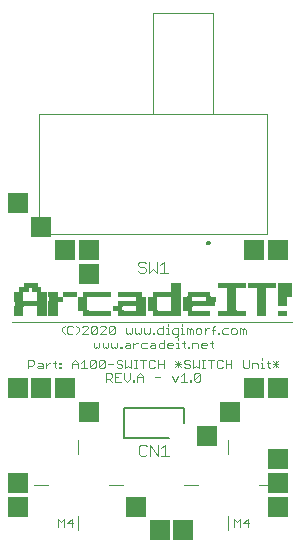
<source format=gbr>
G04 EAGLE Gerber RS-274X export*
G75*
%MOMM*%
%FSLAX34Y34*%
%LPD*%
%INSilkscreen Top*%
%IPPOS*%
%AMOC8*
5,1,8,0,0,1.08239X$1,22.5*%
G01*
%ADD10R,0.762000X0.042419*%
%ADD11R,0.805181X0.042419*%
%ADD12R,2.372362X0.042419*%
%ADD13R,2.369819X0.042419*%
%ADD14R,1.945638X0.042419*%
%ADD15R,0.762000X0.042162*%
%ADD16R,0.805181X0.042162*%
%ADD17R,2.372362X0.042162*%
%ADD18R,2.369819X0.042162*%
%ADD19R,1.945638X0.042162*%
%ADD20R,0.424181X0.042419*%
%ADD21R,0.802638X0.042419*%
%ADD22R,0.421637X0.042419*%
%ADD23R,0.845819X0.042419*%
%ADD24R,0.802638X0.042162*%
%ADD25R,2.750819X0.042162*%
%ADD26R,2.750819X0.042419*%
%ADD27R,1.186181X0.042162*%
%ADD28R,1.186181X0.042419*%
%ADD29R,1.988819X0.042162*%
%ADD30R,1.143000X0.042162*%
%ADD31R,1.948181X0.042419*%
%ADD32R,1.143000X0.042419*%
%ADD33R,1.948181X0.042162*%
%ADD34R,0.421637X0.042162*%
%ADD35R,0.424181X0.042162*%
%ADD36C,0.076200*%
%ADD37C,0.101600*%
%ADD38R,1.800000X1.800000*%
%ADD39C,0.100000*%
%ADD40C,0.200000*%
%ADD41C,0.200000*%


D10*
X13903Y207568D03*
D11*
X33575Y207568D03*
X43227Y207568D03*
D12*
X80273Y207568D03*
D13*
X109902Y207568D03*
X139112Y207568D03*
D14*
X166633Y207568D03*
D13*
X194154Y207568D03*
D10*
X219973Y207568D03*
X237423Y207568D03*
D15*
X13903Y207991D03*
D16*
X33575Y207991D03*
X43227Y207991D03*
D17*
X80273Y207991D03*
D18*
X109902Y207991D03*
X139112Y207991D03*
D19*
X166633Y207991D03*
D18*
X194154Y207991D03*
D15*
X219973Y207991D03*
X237423Y207991D03*
D10*
X13903Y208414D03*
D11*
X33575Y208414D03*
X43227Y208414D03*
D12*
X80273Y208414D03*
D13*
X109902Y208414D03*
X139112Y208414D03*
D14*
X166633Y208414D03*
D13*
X194154Y208414D03*
D10*
X219973Y208414D03*
X237423Y208414D03*
X13903Y208838D03*
D11*
X33575Y208838D03*
X43227Y208838D03*
D12*
X80273Y208838D03*
D13*
X109902Y208838D03*
X139112Y208838D03*
D14*
X166633Y208838D03*
D13*
X194154Y208838D03*
D10*
X219973Y208838D03*
X237423Y208838D03*
D15*
X13903Y209261D03*
D16*
X33575Y209261D03*
X43227Y209261D03*
D17*
X80273Y209261D03*
D18*
X109902Y209261D03*
X139112Y209261D03*
D19*
X166633Y209261D03*
D18*
X194154Y209261D03*
D15*
X219973Y209261D03*
X237423Y209261D03*
D10*
X13903Y209684D03*
D11*
X33575Y209684D03*
X43227Y209684D03*
D12*
X80273Y209684D03*
D13*
X109902Y209684D03*
X139112Y209684D03*
D14*
X166633Y209684D03*
D13*
X194154Y209684D03*
D10*
X219973Y209684D03*
X237423Y209684D03*
X13903Y210108D03*
D11*
X33575Y210108D03*
X43227Y210108D03*
D12*
X80273Y210108D03*
D13*
X109902Y210108D03*
X139112Y210108D03*
D14*
X166633Y210108D03*
D13*
X194154Y210108D03*
D10*
X219973Y210108D03*
X237423Y210108D03*
D15*
X13903Y210531D03*
D16*
X33575Y210531D03*
X43227Y210531D03*
D17*
X80273Y210531D03*
D18*
X109902Y210531D03*
X139112Y210531D03*
D19*
X166633Y210531D03*
D18*
X194154Y210531D03*
D15*
X219973Y210531D03*
X237423Y210531D03*
D10*
X13903Y210954D03*
D11*
X33575Y210954D03*
X43227Y210954D03*
D12*
X80273Y210954D03*
D13*
X109902Y210954D03*
X139112Y210954D03*
D14*
X166633Y210954D03*
D13*
X194154Y210954D03*
D10*
X219973Y210954D03*
X237423Y210954D03*
X13903Y211378D03*
D11*
X33575Y211378D03*
X43227Y211378D03*
D20*
X70532Y211378D03*
X100174Y211378D03*
D21*
X117738Y211378D03*
D20*
X129384Y211378D03*
D21*
X146948Y211378D03*
D22*
X159013Y211378D03*
D23*
X194154Y211378D03*
D10*
X219973Y211378D03*
D15*
X13903Y211801D03*
D16*
X33575Y211801D03*
X43227Y211801D03*
D15*
X68411Y211801D03*
X98053Y211801D03*
D24*
X117738Y211801D03*
D15*
X127263Y211801D03*
D24*
X146948Y211801D03*
D15*
X156905Y211801D03*
X194141Y211801D03*
X219973Y211801D03*
D10*
X13903Y212224D03*
D11*
X33575Y212224D03*
X43227Y212224D03*
D10*
X68411Y212224D03*
X98053Y212224D03*
D21*
X117738Y212224D03*
D10*
X127263Y212224D03*
D21*
X146948Y212224D03*
D10*
X156905Y212224D03*
X194141Y212224D03*
X219973Y212224D03*
X13903Y212648D03*
D11*
X33575Y212648D03*
X43227Y212648D03*
D10*
X68411Y212648D03*
X98053Y212648D03*
D21*
X117738Y212648D03*
D10*
X127263Y212648D03*
D21*
X146948Y212648D03*
D10*
X156905Y212648D03*
X194141Y212648D03*
X219973Y212648D03*
D15*
X13903Y213071D03*
D16*
X33575Y213071D03*
X43227Y213071D03*
D15*
X68411Y213071D03*
X98053Y213071D03*
D24*
X117738Y213071D03*
D15*
X127263Y213071D03*
D24*
X146948Y213071D03*
D15*
X156905Y213071D03*
X194141Y213071D03*
X219973Y213071D03*
D10*
X13903Y213494D03*
D11*
X33575Y213494D03*
X43227Y213494D03*
D10*
X68411Y213494D03*
X98053Y213494D03*
D21*
X117738Y213494D03*
D10*
X127263Y213494D03*
D21*
X146948Y213494D03*
D10*
X156905Y213494D03*
X194141Y213494D03*
X219973Y213494D03*
X13903Y213918D03*
D11*
X33575Y213918D03*
X43227Y213918D03*
D10*
X68411Y213918D03*
X98053Y213918D03*
D21*
X117738Y213918D03*
D10*
X127263Y213918D03*
D21*
X146948Y213918D03*
D10*
X156905Y213918D03*
X194141Y213918D03*
X219973Y213918D03*
D15*
X13903Y214341D03*
D16*
X33575Y214341D03*
X43227Y214341D03*
D15*
X68411Y214341D03*
X98053Y214341D03*
D24*
X117738Y214341D03*
D15*
X127263Y214341D03*
D24*
X146948Y214341D03*
D15*
X156905Y214341D03*
X194141Y214341D03*
X219973Y214341D03*
D10*
X13903Y214764D03*
D11*
X33575Y214764D03*
X43227Y214764D03*
D10*
X68411Y214764D03*
X98053Y214764D03*
D21*
X117738Y214764D03*
D10*
X127263Y214764D03*
D21*
X146948Y214764D03*
D10*
X156905Y214764D03*
X194141Y214764D03*
X219973Y214764D03*
D21*
X14106Y215188D03*
D11*
X33575Y215188D03*
X43227Y215188D03*
D10*
X68411Y215188D03*
D11*
X98269Y215188D03*
D21*
X117738Y215188D03*
D10*
X127263Y215188D03*
D21*
X146948Y215188D03*
X157108Y215188D03*
D10*
X194141Y215188D03*
X219973Y215188D03*
D25*
X23847Y215611D03*
D16*
X43227Y215611D03*
D15*
X68411Y215611D03*
D18*
X109902Y215611D03*
D15*
X127263Y215611D03*
D24*
X146948Y215611D03*
D25*
X166849Y215611D03*
D15*
X194141Y215611D03*
X219973Y215611D03*
X237423Y215611D03*
D26*
X23847Y216034D03*
D11*
X43227Y216034D03*
D10*
X68411Y216034D03*
D13*
X109902Y216034D03*
D10*
X127263Y216034D03*
D21*
X146948Y216034D03*
D26*
X166849Y216034D03*
D10*
X194141Y216034D03*
X219973Y216034D03*
X237423Y216034D03*
D26*
X23847Y216458D03*
D11*
X43227Y216458D03*
D10*
X68411Y216458D03*
D13*
X109902Y216458D03*
D10*
X127263Y216458D03*
D21*
X146948Y216458D03*
D26*
X166849Y216458D03*
D10*
X194141Y216458D03*
X219973Y216458D03*
X237423Y216458D03*
D25*
X23847Y216881D03*
D16*
X43227Y216881D03*
D15*
X68411Y216881D03*
D18*
X109902Y216881D03*
D15*
X127263Y216881D03*
D24*
X146948Y216881D03*
D25*
X166849Y216881D03*
D15*
X194141Y216881D03*
X219973Y216881D03*
X237423Y216881D03*
D26*
X23847Y217304D03*
D11*
X43227Y217304D03*
D10*
X68411Y217304D03*
D13*
X109902Y217304D03*
D10*
X127263Y217304D03*
D21*
X146948Y217304D03*
D26*
X166849Y217304D03*
D10*
X194141Y217304D03*
X219973Y217304D03*
X237423Y217304D03*
D26*
X23847Y217728D03*
D11*
X43227Y217728D03*
D10*
X68411Y217728D03*
D13*
X109902Y217728D03*
D10*
X127263Y217728D03*
D21*
X146948Y217728D03*
D26*
X166849Y217728D03*
D10*
X194141Y217728D03*
X219973Y217728D03*
X237423Y217728D03*
D25*
X23847Y218151D03*
D16*
X43227Y218151D03*
D15*
X68411Y218151D03*
D18*
X109902Y218151D03*
D15*
X127263Y218151D03*
D24*
X146948Y218151D03*
D25*
X166849Y218151D03*
D15*
X194141Y218151D03*
X219973Y218151D03*
X237423Y218151D03*
D26*
X23847Y218574D03*
D11*
X43227Y218574D03*
D10*
X68411Y218574D03*
D13*
X109902Y218574D03*
D10*
X127263Y218574D03*
D21*
X146948Y218574D03*
D26*
X166849Y218574D03*
D10*
X194141Y218574D03*
X219973Y218574D03*
X237423Y218574D03*
D26*
X23847Y218998D03*
D11*
X43227Y218998D03*
D10*
X68411Y218998D03*
D13*
X109902Y218998D03*
D10*
X127263Y218998D03*
D21*
X146948Y218998D03*
D26*
X166849Y218998D03*
D10*
X194141Y218998D03*
X219973Y218998D03*
X237423Y218998D03*
D15*
X13903Y219421D03*
D16*
X33575Y219421D03*
D27*
X45132Y219421D03*
D15*
X68411Y219421D03*
D24*
X117738Y219421D03*
D15*
X127263Y219421D03*
D24*
X146948Y219421D03*
D15*
X156905Y219421D03*
D16*
X176577Y219421D03*
D15*
X194141Y219421D03*
X219973Y219421D03*
X237423Y219421D03*
D10*
X13903Y219844D03*
D11*
X33575Y219844D03*
D28*
X45132Y219844D03*
D10*
X68411Y219844D03*
D21*
X117738Y219844D03*
D10*
X127263Y219844D03*
D21*
X146948Y219844D03*
D10*
X156905Y219844D03*
D11*
X176577Y219844D03*
D10*
X194141Y219844D03*
X219973Y219844D03*
X237423Y219844D03*
X13903Y220268D03*
D11*
X33575Y220268D03*
D28*
X45132Y220268D03*
D10*
X68411Y220268D03*
D21*
X117738Y220268D03*
D10*
X127263Y220268D03*
D21*
X146948Y220268D03*
D10*
X156905Y220268D03*
D11*
X176577Y220268D03*
D10*
X194141Y220268D03*
X219973Y220268D03*
X237423Y220268D03*
D15*
X13903Y220691D03*
D16*
X33575Y220691D03*
D27*
X45132Y220691D03*
D15*
X68411Y220691D03*
D24*
X117738Y220691D03*
D15*
X127263Y220691D03*
D24*
X146948Y220691D03*
D15*
X156905Y220691D03*
D16*
X176577Y220691D03*
D15*
X194141Y220691D03*
X219973Y220691D03*
X237423Y220691D03*
D10*
X13903Y221114D03*
D11*
X33575Y221114D03*
D28*
X45132Y221114D03*
D10*
X68411Y221114D03*
D21*
X117738Y221114D03*
D10*
X127263Y221114D03*
D21*
X146948Y221114D03*
D10*
X156905Y221114D03*
D11*
X176577Y221114D03*
D10*
X194141Y221114D03*
X219973Y221114D03*
X237423Y221114D03*
X13903Y221538D03*
D11*
X33575Y221538D03*
D28*
X45132Y221538D03*
D10*
X68411Y221538D03*
D21*
X117738Y221538D03*
D10*
X127263Y221538D03*
D21*
X146948Y221538D03*
D10*
X156905Y221538D03*
D11*
X176577Y221538D03*
D10*
X194141Y221538D03*
X219973Y221538D03*
X237423Y221538D03*
D15*
X13903Y221961D03*
D16*
X33575Y221961D03*
D27*
X45132Y221961D03*
D15*
X68411Y221961D03*
D24*
X117738Y221961D03*
D15*
X127263Y221961D03*
D24*
X146948Y221961D03*
D15*
X156905Y221961D03*
D16*
X176577Y221961D03*
D15*
X194141Y221961D03*
X219973Y221961D03*
X237423Y221961D03*
D10*
X13903Y222384D03*
D11*
X33575Y222384D03*
D28*
X45132Y222384D03*
D10*
X68411Y222384D03*
D21*
X117738Y222384D03*
D10*
X127263Y222384D03*
D21*
X146948Y222384D03*
D10*
X156905Y222384D03*
D11*
X176577Y222384D03*
D10*
X194141Y222384D03*
X219973Y222384D03*
X237423Y222384D03*
X13903Y222808D03*
D11*
X33575Y222808D03*
D28*
X45132Y222808D03*
D10*
X68411Y222808D03*
D21*
X117738Y222808D03*
D10*
X127263Y222808D03*
D21*
X146948Y222808D03*
D10*
X156905Y222808D03*
D11*
X176577Y222808D03*
D10*
X194141Y222808D03*
X219973Y222808D03*
X237423Y222808D03*
D15*
X13903Y223231D03*
D16*
X33575Y223231D03*
X43227Y223231D03*
D27*
X56994Y223231D03*
D17*
X80273Y223231D03*
D29*
X107997Y223231D03*
D18*
X139112Y223231D03*
D29*
X166849Y223231D03*
D15*
X194141Y223231D03*
X219973Y223231D03*
D30*
X239328Y223231D03*
D10*
X13903Y223654D03*
D11*
X33575Y223654D03*
X43227Y223654D03*
D28*
X56994Y223654D03*
D12*
X80273Y223654D03*
D31*
X107794Y223654D03*
D13*
X139112Y223654D03*
D14*
X166633Y223654D03*
D10*
X194141Y223654D03*
X219973Y223654D03*
D32*
X239328Y223654D03*
D10*
X13903Y224078D03*
D11*
X33575Y224078D03*
X43227Y224078D03*
D28*
X56994Y224078D03*
D12*
X80273Y224078D03*
D31*
X107794Y224078D03*
D13*
X139112Y224078D03*
D14*
X166633Y224078D03*
D10*
X194141Y224078D03*
X219973Y224078D03*
D32*
X239328Y224078D03*
D15*
X13903Y224501D03*
D16*
X33575Y224501D03*
X43227Y224501D03*
D27*
X56994Y224501D03*
D17*
X80273Y224501D03*
D33*
X107794Y224501D03*
D18*
X139112Y224501D03*
D19*
X166633Y224501D03*
D15*
X194141Y224501D03*
X219973Y224501D03*
D30*
X239328Y224501D03*
D10*
X13903Y224924D03*
D11*
X33575Y224924D03*
X43227Y224924D03*
D28*
X56994Y224924D03*
D12*
X80273Y224924D03*
D31*
X107794Y224924D03*
D13*
X139112Y224924D03*
D14*
X166633Y224924D03*
D10*
X194141Y224924D03*
X219973Y224924D03*
D32*
X239328Y224924D03*
D10*
X13903Y225348D03*
D11*
X33575Y225348D03*
X43227Y225348D03*
D28*
X56994Y225348D03*
D12*
X80273Y225348D03*
D31*
X107794Y225348D03*
D13*
X139112Y225348D03*
D14*
X166633Y225348D03*
D10*
X194141Y225348D03*
X219973Y225348D03*
D32*
X239328Y225348D03*
D15*
X13903Y225771D03*
D16*
X33575Y225771D03*
X43227Y225771D03*
D27*
X56994Y225771D03*
D17*
X80273Y225771D03*
D33*
X107794Y225771D03*
D18*
X139112Y225771D03*
D19*
X166633Y225771D03*
D15*
X194141Y225771D03*
X219973Y225771D03*
D30*
X239328Y225771D03*
D10*
X13903Y226194D03*
D11*
X33575Y226194D03*
X43227Y226194D03*
D28*
X56994Y226194D03*
D12*
X80273Y226194D03*
D31*
X107794Y226194D03*
D13*
X139112Y226194D03*
D14*
X166633Y226194D03*
D10*
X194141Y226194D03*
X219973Y226194D03*
D32*
X239328Y226194D03*
D10*
X13903Y226618D03*
D11*
X33575Y226618D03*
X43227Y226618D03*
D28*
X56994Y226618D03*
D12*
X80273Y226618D03*
D31*
X107794Y226618D03*
D13*
X139112Y226618D03*
D14*
X166633Y226618D03*
D10*
X194141Y226618D03*
X219973Y226618D03*
D32*
X239328Y226618D03*
D34*
X16011Y227041D03*
D35*
X31670Y227041D03*
D24*
X146948Y227041D03*
D15*
X194141Y227041D03*
X219973Y227041D03*
D30*
X239328Y227041D03*
D21*
X17916Y227464D03*
D10*
X29549Y227464D03*
D21*
X146948Y227464D03*
D10*
X194141Y227464D03*
X219973Y227464D03*
D32*
X239328Y227464D03*
D21*
X17916Y227888D03*
D10*
X29549Y227888D03*
D21*
X146948Y227888D03*
D10*
X194141Y227888D03*
X219973Y227888D03*
D32*
X239328Y227888D03*
D24*
X17916Y228311D03*
D15*
X29549Y228311D03*
D24*
X146948Y228311D03*
D15*
X194141Y228311D03*
X219973Y228311D03*
D30*
X239328Y228311D03*
D21*
X17916Y228734D03*
D10*
X29549Y228734D03*
D21*
X146948Y228734D03*
D10*
X194141Y228734D03*
X219973Y228734D03*
D32*
X239328Y228734D03*
D21*
X17916Y229158D03*
D10*
X29549Y229158D03*
D21*
X146948Y229158D03*
D10*
X194141Y229158D03*
X219973Y229158D03*
D32*
X239328Y229158D03*
D24*
X17916Y229581D03*
D15*
X29549Y229581D03*
D24*
X146948Y229581D03*
D15*
X194141Y229581D03*
X219973Y229581D03*
D30*
X239328Y229581D03*
D21*
X17916Y230004D03*
D10*
X29549Y230004D03*
D21*
X146948Y230004D03*
D10*
X194141Y230004D03*
X219973Y230004D03*
D32*
X239328Y230004D03*
D21*
X17916Y230428D03*
D10*
X29549Y230428D03*
D21*
X146948Y230428D03*
D10*
X194141Y230428D03*
X219973Y230428D03*
D32*
X239328Y230428D03*
D24*
X17916Y230851D03*
D15*
X29549Y230851D03*
D24*
X146948Y230851D03*
D15*
X194141Y230851D03*
X219973Y230851D03*
D30*
X239328Y230851D03*
D32*
X23834Y231274D03*
D21*
X146948Y231274D03*
D13*
X194154Y231274D03*
D12*
X219973Y231274D03*
D32*
X239328Y231274D03*
X23834Y231698D03*
D21*
X146948Y231698D03*
D13*
X194154Y231698D03*
D12*
X219973Y231698D03*
D32*
X239328Y231698D03*
D30*
X23834Y232121D03*
D24*
X146948Y232121D03*
D18*
X194154Y232121D03*
D17*
X219973Y232121D03*
D30*
X239328Y232121D03*
D32*
X23834Y232544D03*
D21*
X146948Y232544D03*
D13*
X194154Y232544D03*
D12*
X219973Y232544D03*
D32*
X239328Y232544D03*
X23834Y232968D03*
D21*
X146948Y232968D03*
D13*
X194154Y232968D03*
D12*
X219973Y232968D03*
D32*
X239328Y232968D03*
D30*
X23834Y233391D03*
D24*
X146948Y233391D03*
D18*
X194154Y233391D03*
D17*
X219973Y233391D03*
D30*
X239328Y233391D03*
D32*
X23834Y233814D03*
D21*
X146948Y233814D03*
D13*
X194154Y233814D03*
D12*
X219973Y233814D03*
D32*
X239328Y233814D03*
X23834Y234238D03*
D21*
X146948Y234238D03*
D13*
X194154Y234238D03*
D12*
X219973Y234238D03*
D32*
X239328Y234238D03*
D30*
X23834Y234661D03*
D24*
X146948Y234661D03*
D18*
X194154Y234661D03*
D17*
X219973Y234661D03*
D30*
X239328Y234661D03*
D36*
X52567Y191844D02*
X50109Y194302D01*
X50109Y196759D01*
X52567Y199217D01*
X58785Y199217D02*
X60014Y197988D01*
X58785Y199217D02*
X56327Y199217D01*
X55099Y197988D01*
X55099Y193073D01*
X56327Y191844D01*
X58785Y191844D01*
X60014Y193073D01*
X62583Y191844D02*
X65040Y194302D01*
X65040Y196759D01*
X62583Y199217D01*
X67572Y191844D02*
X72487Y191844D01*
X67572Y191844D02*
X72487Y196759D01*
X72487Y197988D01*
X71258Y199217D01*
X68801Y199217D01*
X67572Y197988D01*
X75056Y197988D02*
X75056Y193073D01*
X75056Y197988D02*
X76285Y199217D01*
X78743Y199217D01*
X79971Y197988D01*
X79971Y193073D01*
X78743Y191844D01*
X76285Y191844D01*
X75056Y193073D01*
X79971Y197988D01*
X82541Y191844D02*
X87455Y191844D01*
X82541Y191844D02*
X87455Y196759D01*
X87455Y197988D01*
X86227Y199217D01*
X83769Y199217D01*
X82541Y197988D01*
X90025Y197988D02*
X90025Y193073D01*
X90025Y197988D02*
X91253Y199217D01*
X93711Y199217D01*
X94940Y197988D01*
X94940Y193073D01*
X93711Y191844D01*
X91253Y191844D01*
X90025Y193073D01*
X94940Y197988D01*
X104993Y196759D02*
X104993Y193073D01*
X106222Y191844D01*
X107450Y193073D01*
X108679Y191844D01*
X109908Y193073D01*
X109908Y196759D01*
X112477Y196759D02*
X112477Y193073D01*
X113706Y191844D01*
X114935Y193073D01*
X116163Y191844D01*
X117392Y193073D01*
X117392Y196759D01*
X119961Y196759D02*
X119961Y193073D01*
X121190Y191844D01*
X122419Y193073D01*
X123648Y191844D01*
X124876Y193073D01*
X124876Y196759D01*
X127446Y193073D02*
X127446Y191844D01*
X127446Y193073D02*
X128674Y193073D01*
X128674Y191844D01*
X127446Y191844D01*
X136102Y191844D02*
X136102Y199217D01*
X136102Y191844D02*
X132416Y191844D01*
X131188Y193073D01*
X131188Y195531D01*
X132416Y196759D01*
X136102Y196759D01*
X138672Y196759D02*
X139900Y196759D01*
X139900Y191844D01*
X138672Y191844D02*
X141129Y191844D01*
X139900Y199217D02*
X139900Y200445D01*
X146119Y189387D02*
X147347Y189387D01*
X148576Y190616D01*
X148576Y196759D01*
X144890Y196759D01*
X143661Y195531D01*
X143661Y193073D01*
X144890Y191844D01*
X148576Y191844D01*
X151145Y196759D02*
X152374Y196759D01*
X152374Y191844D01*
X151145Y191844D02*
X153603Y191844D01*
X152374Y199217D02*
X152374Y200445D01*
X156135Y196759D02*
X156135Y191844D01*
X156135Y196759D02*
X157363Y196759D01*
X158592Y195531D01*
X158592Y191844D01*
X158592Y195531D02*
X159821Y196759D01*
X161050Y195531D01*
X161050Y191844D01*
X164848Y191844D02*
X167305Y191844D01*
X168534Y193073D01*
X168534Y195531D01*
X167305Y196759D01*
X164848Y196759D01*
X163619Y195531D01*
X163619Y193073D01*
X164848Y191844D01*
X171103Y191844D02*
X171103Y196759D01*
X171103Y194302D02*
X173561Y196759D01*
X174789Y196759D01*
X178569Y197988D02*
X178569Y191844D01*
X178569Y197988D02*
X179797Y199217D01*
X179797Y195531D02*
X177340Y195531D01*
X182329Y193073D02*
X182329Y191844D01*
X182329Y193073D02*
X183558Y193073D01*
X183558Y191844D01*
X182329Y191844D01*
X187300Y196759D02*
X190986Y196759D01*
X187300Y196759D02*
X186071Y195531D01*
X186071Y193073D01*
X187300Y191844D01*
X190986Y191844D01*
X194784Y191844D02*
X197242Y191844D01*
X198470Y193073D01*
X198470Y195531D01*
X197242Y196759D01*
X194784Y196759D01*
X193556Y195531D01*
X193556Y193073D01*
X194784Y191844D01*
X201040Y191844D02*
X201040Y196759D01*
X202268Y196759D01*
X203497Y195531D01*
X203497Y191844D01*
X203497Y195531D02*
X204726Y196759D01*
X205955Y195531D01*
X205955Y191844D01*
X87746Y159078D02*
X87746Y151706D01*
X87746Y159078D02*
X91432Y159078D01*
X92661Y157850D01*
X92661Y155392D01*
X91432Y154164D01*
X87746Y154164D01*
X90203Y154164D02*
X92661Y151706D01*
X95230Y159078D02*
X100145Y159078D01*
X95230Y159078D02*
X95230Y151706D01*
X100145Y151706D01*
X97688Y155392D02*
X95230Y155392D01*
X102714Y154164D02*
X102714Y159078D01*
X102714Y154164D02*
X105172Y151706D01*
X107629Y154164D01*
X107629Y159078D01*
X110199Y152935D02*
X110199Y151706D01*
X110199Y152935D02*
X111427Y152935D01*
X111427Y151706D01*
X110199Y151706D01*
X113941Y151706D02*
X113941Y156621D01*
X116398Y159078D01*
X118855Y156621D01*
X118855Y151706D01*
X118855Y155392D02*
X113941Y155392D01*
X128909Y155392D02*
X133824Y155392D01*
X143877Y156621D02*
X146335Y151706D01*
X148792Y156621D01*
X151361Y156621D02*
X153819Y159078D01*
X153819Y151706D01*
X156276Y151706D02*
X151361Y151706D01*
X158846Y151706D02*
X158846Y152935D01*
X160074Y152935D01*
X160074Y151706D01*
X158846Y151706D01*
X162588Y152935D02*
X162588Y157850D01*
X163816Y159078D01*
X166274Y159078D01*
X167502Y157850D01*
X167502Y152935D01*
X166274Y151706D01*
X163816Y151706D01*
X162588Y152935D01*
X167502Y157850D01*
X21768Y162953D02*
X21768Y170326D01*
X25454Y170326D01*
X26683Y169097D01*
X26683Y166639D01*
X25454Y165411D01*
X21768Y165411D01*
X30481Y167868D02*
X32939Y167868D01*
X34167Y166639D01*
X34167Y162953D01*
X30481Y162953D01*
X29252Y164182D01*
X30481Y165411D01*
X34167Y165411D01*
X36737Y167868D02*
X36737Y162953D01*
X36737Y165411D02*
X39194Y167868D01*
X40423Y167868D01*
X44202Y169097D02*
X44202Y164182D01*
X45431Y162953D01*
X45431Y167868D02*
X42973Y167868D01*
X47963Y167868D02*
X49192Y167868D01*
X49192Y166639D01*
X47963Y166639D01*
X47963Y167868D01*
X47963Y164182D02*
X49192Y164182D01*
X49192Y162953D01*
X47963Y162953D01*
X47963Y164182D01*
X59189Y162953D02*
X59189Y167868D01*
X61646Y170326D01*
X64104Y167868D01*
X64104Y162953D01*
X64104Y166639D02*
X59189Y166639D01*
X66673Y167868D02*
X69131Y170326D01*
X69131Y162953D01*
X71588Y162953D02*
X66673Y162953D01*
X74157Y164182D02*
X74157Y169097D01*
X75386Y170326D01*
X77844Y170326D01*
X79072Y169097D01*
X79072Y164182D01*
X77844Y162953D01*
X75386Y162953D01*
X74157Y164182D01*
X79072Y169097D01*
X81642Y169097D02*
X81642Y164182D01*
X81642Y169097D02*
X82870Y170326D01*
X85328Y170326D01*
X86556Y169097D01*
X86556Y164182D01*
X85328Y162953D01*
X82870Y162953D01*
X81642Y164182D01*
X86556Y169097D01*
X89126Y166639D02*
X94041Y166639D01*
X100296Y170326D02*
X101525Y169097D01*
X100296Y170326D02*
X97839Y170326D01*
X96610Y169097D01*
X96610Y167868D01*
X97839Y166639D01*
X100296Y166639D01*
X101525Y165411D01*
X101525Y164182D01*
X100296Y162953D01*
X97839Y162953D01*
X96610Y164182D01*
X104094Y162953D02*
X104094Y170326D01*
X106551Y165411D02*
X104094Y162953D01*
X106551Y165411D02*
X109009Y162953D01*
X109009Y170326D01*
X111578Y162953D02*
X114036Y162953D01*
X112807Y162953D02*
X112807Y170326D01*
X111578Y170326D02*
X114036Y170326D01*
X119025Y170326D02*
X119025Y162953D01*
X116568Y170326D02*
X121482Y170326D01*
X127738Y170326D02*
X128967Y169097D01*
X127738Y170326D02*
X125280Y170326D01*
X124052Y169097D01*
X124052Y164182D01*
X125280Y162953D01*
X127738Y162953D01*
X128967Y164182D01*
X131536Y162953D02*
X131536Y170326D01*
X131536Y166639D02*
X136451Y166639D01*
X136451Y162953D02*
X136451Y170326D01*
X146504Y169097D02*
X151419Y164182D01*
X146504Y164182D02*
X151419Y169097D01*
X151419Y166639D02*
X146504Y166639D01*
X148962Y164182D02*
X148962Y169097D01*
X157675Y170326D02*
X158903Y169097D01*
X157675Y170326D02*
X155217Y170326D01*
X153988Y169097D01*
X153988Y167868D01*
X155217Y166639D01*
X157675Y166639D01*
X158903Y165411D01*
X158903Y164182D01*
X157675Y162953D01*
X155217Y162953D01*
X153988Y164182D01*
X161473Y162953D02*
X161473Y170326D01*
X163930Y165411D02*
X161473Y162953D01*
X163930Y165411D02*
X166387Y162953D01*
X166387Y170326D01*
X168957Y162953D02*
X171414Y162953D01*
X170185Y162953D02*
X170185Y170326D01*
X168957Y170326D02*
X171414Y170326D01*
X176404Y170326D02*
X176404Y162953D01*
X173946Y170326D02*
X178861Y170326D01*
X185116Y170326D02*
X186345Y169097D01*
X185116Y170326D02*
X182659Y170326D01*
X181430Y169097D01*
X181430Y164182D01*
X182659Y162953D01*
X185116Y162953D01*
X186345Y164182D01*
X188914Y162953D02*
X188914Y170326D01*
X188914Y166639D02*
X193829Y166639D01*
X193829Y162953D02*
X193829Y170326D01*
X203883Y170326D02*
X203883Y164182D01*
X205111Y162953D01*
X207569Y162953D01*
X208798Y164182D01*
X208798Y170326D01*
X211367Y167868D02*
X211367Y162953D01*
X211367Y167868D02*
X215053Y167868D01*
X216282Y166639D01*
X216282Y162953D01*
X218851Y167868D02*
X220080Y167868D01*
X220080Y162953D01*
X221308Y162953D02*
X218851Y162953D01*
X220080Y170326D02*
X220080Y171554D01*
X225069Y169097D02*
X225069Y164182D01*
X226298Y162953D01*
X226298Y167868D02*
X223841Y167868D01*
X228830Y169097D02*
X233745Y164182D01*
X228830Y164182D02*
X233745Y169097D01*
X233745Y166639D02*
X228830Y166639D01*
X231287Y164182D02*
X231287Y169097D01*
D37*
X245249Y202590D02*
X8308Y202590D01*
X26561Y64001D02*
X38245Y64001D01*
X63645Y90409D02*
X63645Y102093D01*
X90061Y64001D02*
X101745Y64001D01*
X153561Y64001D02*
X165245Y64001D01*
X190645Y90409D02*
X190645Y102093D01*
X217061Y64001D02*
X228745Y64001D01*
D38*
X233000Y66000D03*
X13000Y66000D03*
X73000Y263000D03*
X113000Y46000D03*
D36*
X122124Y96894D02*
X120556Y98462D01*
X117421Y98462D01*
X115853Y96894D01*
X115853Y90624D01*
X117421Y89056D01*
X120556Y89056D01*
X122124Y90624D01*
X125208Y89056D02*
X125208Y98462D01*
X131479Y89056D01*
X131479Y98462D01*
X134564Y95327D02*
X137699Y98462D01*
X137699Y89056D01*
X134564Y89056D02*
X140834Y89056D01*
X77276Y181182D02*
X77276Y184868D01*
X77276Y181182D02*
X78505Y179953D01*
X79733Y181182D01*
X80962Y179953D01*
X82191Y181182D01*
X82191Y184868D01*
X84760Y184868D02*
X84760Y181182D01*
X85989Y179953D01*
X87217Y181182D01*
X88446Y179953D01*
X89675Y181182D01*
X89675Y184868D01*
X92244Y184868D02*
X92244Y181182D01*
X93473Y179953D01*
X94702Y181182D01*
X95930Y179953D01*
X97159Y181182D01*
X97159Y184868D01*
X99728Y181182D02*
X99728Y179953D01*
X99728Y181182D02*
X100957Y181182D01*
X100957Y179953D01*
X99728Y179953D01*
X104699Y184868D02*
X107156Y184868D01*
X108385Y183639D01*
X108385Y179953D01*
X104699Y179953D01*
X103470Y181182D01*
X104699Y182411D01*
X108385Y182411D01*
X110955Y184868D02*
X110955Y179953D01*
X110955Y182411D02*
X113412Y184868D01*
X114641Y184868D01*
X118420Y184868D02*
X122106Y184868D01*
X118420Y184868D02*
X117191Y183639D01*
X117191Y181182D01*
X118420Y179953D01*
X122106Y179953D01*
X125904Y184868D02*
X128362Y184868D01*
X129590Y183639D01*
X129590Y179953D01*
X125904Y179953D01*
X124675Y181182D01*
X125904Y182411D01*
X129590Y182411D01*
X137074Y179953D02*
X137074Y187326D01*
X137074Y179953D02*
X133388Y179953D01*
X132160Y181182D01*
X132160Y183639D01*
X133388Y184868D01*
X137074Y184868D01*
X140872Y179953D02*
X143330Y179953D01*
X140872Y179953D02*
X139644Y181182D01*
X139644Y183639D01*
X140872Y184868D01*
X143330Y184868D01*
X144559Y183639D01*
X144559Y182411D01*
X139644Y182411D01*
X147128Y184868D02*
X148357Y184868D01*
X148357Y179953D01*
X149585Y179953D02*
X147128Y179953D01*
X148357Y187326D02*
X148357Y188554D01*
X153346Y186097D02*
X153346Y181182D01*
X154575Y179953D01*
X154575Y184868D02*
X152117Y184868D01*
X157107Y181182D02*
X157107Y179953D01*
X157107Y181182D02*
X158335Y181182D01*
X158335Y179953D01*
X157107Y179953D01*
X160849Y179953D02*
X160849Y184868D01*
X164535Y184868D01*
X165764Y183639D01*
X165764Y179953D01*
X169562Y179953D02*
X172019Y179953D01*
X169562Y179953D02*
X168333Y181182D01*
X168333Y183639D01*
X169562Y184868D01*
X172019Y184868D01*
X173248Y183639D01*
X173248Y182411D01*
X168333Y182411D01*
X177046Y181182D02*
X177046Y186097D01*
X177046Y181182D02*
X178275Y179953D01*
X178275Y184868D02*
X175817Y184868D01*
D38*
X53000Y263000D03*
X33000Y283000D03*
X13000Y303000D03*
X13000Y46000D03*
X233000Y46000D03*
X233000Y263000D03*
X213000Y263000D03*
X73000Y243000D03*
X233000Y146000D03*
X213000Y146000D03*
X193000Y126000D03*
X173000Y106000D03*
X73000Y126000D03*
X53000Y146000D03*
X33000Y146000D03*
X13000Y146000D03*
X133000Y26000D03*
X153000Y26000D03*
X233000Y86000D03*
D37*
X63645Y38093D02*
X63645Y26409D01*
X190645Y26409D02*
X190645Y38093D01*
D36*
X196381Y35753D02*
X196381Y28381D01*
X198838Y33296D02*
X196381Y35753D01*
X198838Y33296D02*
X201296Y35753D01*
X201296Y28381D01*
X207551Y28381D02*
X207551Y35753D01*
X203865Y32067D01*
X208780Y32067D01*
X47381Y28381D02*
X47381Y35753D01*
X49838Y33296D01*
X52296Y35753D01*
X52296Y28381D01*
X58551Y28381D02*
X58551Y35753D01*
X54865Y32067D01*
X59780Y32067D01*
D39*
X30860Y276760D02*
X30860Y378360D01*
X223860Y378360D01*
X223860Y276760D01*
X30860Y276760D01*
X127360Y378360D02*
X127360Y454560D01*
X127360Y463460D01*
X178160Y463460D01*
X178160Y378360D01*
D40*
X173360Y269360D03*
D41*
X173362Y269422D01*
X173368Y269483D01*
X173377Y269544D01*
X173390Y269604D01*
X173407Y269663D01*
X173428Y269721D01*
X173452Y269778D01*
X173479Y269833D01*
X173510Y269886D01*
X173544Y269938D01*
X173581Y269987D01*
X173621Y270034D01*
X173664Y270078D01*
X173709Y270119D01*
X173757Y270158D01*
X173808Y270194D01*
X173860Y270226D01*
X173914Y270255D01*
X173970Y270281D01*
X174028Y270303D01*
X174086Y270322D01*
X174146Y270337D01*
X174207Y270348D01*
X174268Y270356D01*
X174329Y270360D01*
X174391Y270360D01*
X174452Y270356D01*
X174513Y270348D01*
X174574Y270337D01*
X174634Y270322D01*
X174692Y270303D01*
X174750Y270281D01*
X174806Y270255D01*
X174860Y270226D01*
X174912Y270194D01*
X174963Y270158D01*
X175011Y270119D01*
X175056Y270078D01*
X175099Y270034D01*
X175139Y269987D01*
X175176Y269938D01*
X175210Y269886D01*
X175241Y269833D01*
X175268Y269778D01*
X175292Y269721D01*
X175313Y269663D01*
X175330Y269604D01*
X175343Y269544D01*
X175352Y269483D01*
X175358Y269422D01*
X175360Y269360D01*
D40*
X175360Y269360D03*
D41*
X175358Y269298D01*
X175352Y269237D01*
X175343Y269176D01*
X175330Y269116D01*
X175313Y269057D01*
X175292Y268999D01*
X175268Y268942D01*
X175241Y268887D01*
X175210Y268834D01*
X175176Y268782D01*
X175139Y268733D01*
X175099Y268686D01*
X175056Y268642D01*
X175011Y268601D01*
X174963Y268562D01*
X174912Y268526D01*
X174860Y268494D01*
X174806Y268465D01*
X174750Y268439D01*
X174692Y268417D01*
X174634Y268398D01*
X174574Y268383D01*
X174513Y268372D01*
X174452Y268364D01*
X174391Y268360D01*
X174329Y268360D01*
X174268Y268364D01*
X174207Y268372D01*
X174146Y268383D01*
X174086Y268398D01*
X174028Y268417D01*
X173970Y268439D01*
X173914Y268465D01*
X173860Y268494D01*
X173808Y268526D01*
X173757Y268562D01*
X173709Y268601D01*
X173664Y268642D01*
X173621Y268686D01*
X173581Y268733D01*
X173544Y268782D01*
X173510Y268834D01*
X173479Y268887D01*
X173452Y268942D01*
X173428Y268999D01*
X173407Y269057D01*
X173390Y269116D01*
X173377Y269176D01*
X173368Y269237D01*
X173362Y269298D01*
X173360Y269360D01*
D36*
X121186Y251779D02*
X119618Y253347D01*
X116483Y253347D01*
X114915Y251779D01*
X114915Y250212D01*
X116483Y248644D01*
X119618Y248644D01*
X121186Y247076D01*
X121186Y245509D01*
X119618Y243941D01*
X116483Y243941D01*
X114915Y245509D01*
X124271Y243941D02*
X124271Y253347D01*
X127406Y247076D02*
X124271Y243941D01*
X127406Y247076D02*
X130541Y243941D01*
X130541Y253347D01*
X133626Y250212D02*
X136761Y253347D01*
X136761Y243941D01*
X133626Y243941D02*
X139897Y243941D01*
D41*
X153700Y129700D02*
X153700Y117000D01*
X153700Y129700D02*
X102900Y129700D01*
X102900Y104300D01*
X141000Y104300D01*
M02*

</source>
